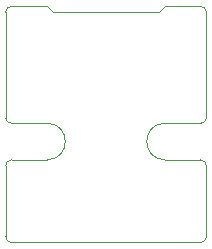
<source format=gm1>
G04 #@! TF.GenerationSoftware,KiCad,Pcbnew,7.0.7*
G04 #@! TF.CreationDate,2024-02-23T23:35:20+01:00*
G04 #@! TF.ProjectId,SL_USB-TypeC-Breakout,534c5f55-5342-42d5-9479-7065432d4272,v1.0*
G04 #@! TF.SameCoordinates,Original*
G04 #@! TF.FileFunction,Profile,NP*
%FSLAX46Y46*%
G04 Gerber Fmt 4.6, Leading zero omitted, Abs format (unit mm)*
G04 Created by KiCad (PCBNEW 7.0.7) date 2024-02-23 23:35:20*
%MOMM*%
%LPD*%
G01*
G04 APERTURE LIST*
G04 #@! TA.AperFunction,Profile*
%ADD10C,0.100000*%
G04 #@! TD*
G04 APERTURE END LIST*
D10*
X103850000Y-62466250D02*
X106850000Y-62466250D01*
X90850000Y-49466300D02*
G75*
G03*
X90350000Y-49966250I0J-500000D01*
G01*
X103850000Y-59366250D02*
X106850000Y-59366250D01*
X107350000Y-68966250D02*
X107350000Y-62966250D01*
X93850000Y-62466250D02*
G75*
G03*
X93850000Y-59366250I0J1550000D01*
G01*
X103350000Y-49966250D02*
X103850000Y-49466250D01*
X90349950Y-68966250D02*
G75*
G03*
X90850000Y-69466250I500050J50D01*
G01*
X90850000Y-62466300D02*
G75*
G03*
X90350000Y-62966250I0J-500000D01*
G01*
X107350000Y-49966250D02*
X107350000Y-58966250D01*
X90350000Y-58966250D02*
X90350000Y-49966250D01*
X106850000Y-69466200D02*
G75*
G03*
X107350000Y-68966250I0J500000D01*
G01*
X103850000Y-49466250D02*
X106850000Y-49466250D01*
X90350000Y-62966250D02*
X90350000Y-68966250D01*
X90850000Y-49466250D02*
X93850000Y-49466250D01*
X93850000Y-62466250D02*
X90850000Y-62466250D01*
X90850000Y-69466250D02*
X98850000Y-69466250D01*
X93850000Y-49466250D02*
X94350000Y-49966250D01*
X93850000Y-59366250D02*
X90850000Y-59366250D01*
X98850000Y-69466250D02*
X106850000Y-69466250D01*
X107350050Y-49966250D02*
G75*
G03*
X106850000Y-49466250I-500050J-50D01*
G01*
X94350000Y-49966250D02*
X103350000Y-49966250D01*
X90349959Y-58966256D02*
G75*
G03*
X90850000Y-59366250I468441J73056D01*
G01*
X106849996Y-59366313D02*
G75*
G03*
X107349999Y-58966250I33504J470613D01*
G01*
X103850000Y-59366250D02*
G75*
G03*
X103850000Y-62466250I0J-1550000D01*
G01*
X107350050Y-62966250D02*
G75*
G03*
X106850000Y-62466250I-500050J-50D01*
G01*
M02*

</source>
